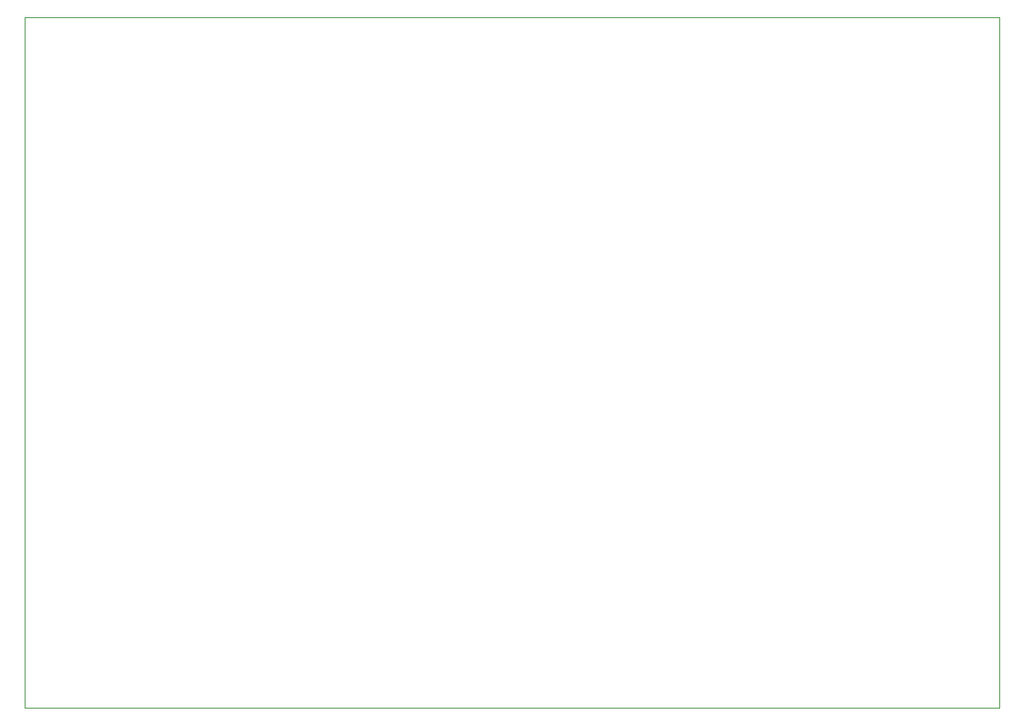
<source format=gbr>
%TF.GenerationSoftware,KiCad,Pcbnew,8.0.3*%
%TF.CreationDate,2024-06-28T15:17:55+09:00*%
%TF.ProjectId,KICAD-2,4b494341-442d-4322-9e6b-696361645f70,rev?*%
%TF.SameCoordinates,Original*%
%TF.FileFunction,Profile,NP*%
%FSLAX46Y46*%
G04 Gerber Fmt 4.6, Leading zero omitted, Abs format (unit mm)*
G04 Created by KiCad (PCBNEW 8.0.3) date 2024-06-28 15:17:55*
%MOMM*%
%LPD*%
G01*
G04 APERTURE LIST*
%TA.AperFunction,Profile*%
%ADD10C,0.050000*%
%TD*%
G04 APERTURE END LIST*
D10*
X102870000Y-54610000D02*
X203200000Y-54610000D01*
X203200000Y-125730000D01*
X102870000Y-125730000D01*
X102870000Y-54610000D01*
M02*

</source>
